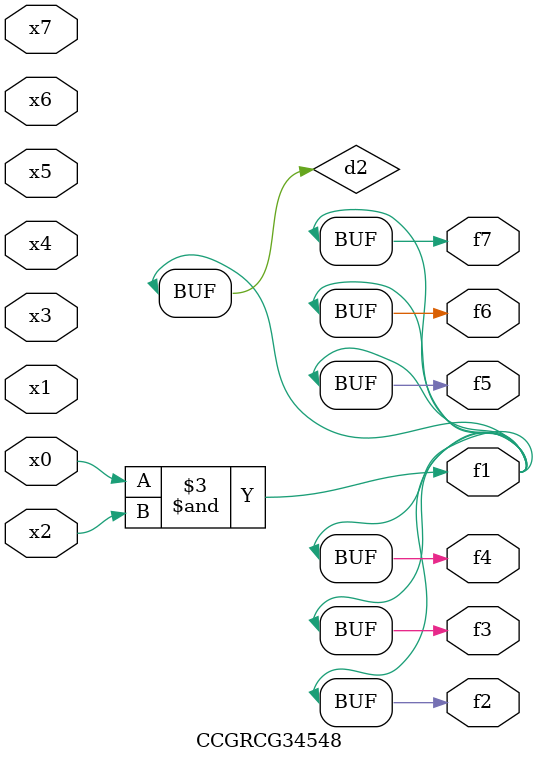
<source format=v>
module CCGRCG34548(
	input x0, x1, x2, x3, x4, x5, x6, x7,
	output f1, f2, f3, f4, f5, f6, f7
);

	wire d1, d2;

	nor (d1, x3, x6);
	and (d2, x0, x2);
	assign f1 = d2;
	assign f2 = d2;
	assign f3 = d2;
	assign f4 = d2;
	assign f5 = d2;
	assign f6 = d2;
	assign f7 = d2;
endmodule

</source>
